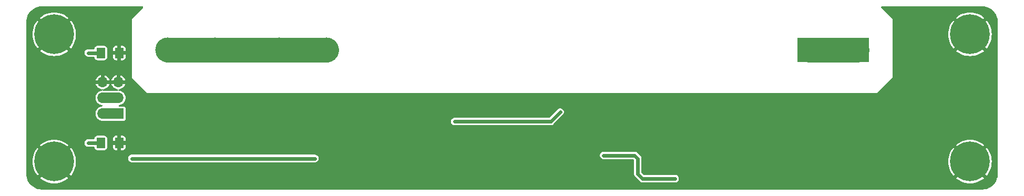
<source format=gbr>
G04 #@! TF.GenerationSoftware,KiCad,Pcbnew,8.0.4-8.0.4-0~ubuntu22.04.1*
G04 #@! TF.CreationDate,2024-09-06T14:34:06+02:00*
G04 #@! TF.ProjectId,Tube Driver,54756265-2044-4726-9976-65722e6b6963,1.0*
G04 #@! TF.SameCoordinates,Original*
G04 #@! TF.FileFunction,Copper,L2,Bot*
G04 #@! TF.FilePolarity,Positive*
%FSLAX46Y46*%
G04 Gerber Fmt 4.6, Leading zero omitted, Abs format (unit mm)*
G04 Created by KiCad (PCBNEW 8.0.4-8.0.4-0~ubuntu22.04.1) date 2024-09-06 14:34:06*
%MOMM*%
%LPD*%
G01*
G04 APERTURE LIST*
G04 Aperture macros list*
%AMRoundRect*
0 Rectangle with rounded corners*
0 $1 Rounding radius*
0 $2 $3 $4 $5 $6 $7 $8 $9 X,Y pos of 4 corners*
0 Add a 4 corners polygon primitive as box body*
4,1,4,$2,$3,$4,$5,$6,$7,$8,$9,$2,$3,0*
0 Add four circle primitives for the rounded corners*
1,1,$1+$1,$2,$3*
1,1,$1+$1,$4,$5*
1,1,$1+$1,$6,$7*
1,1,$1+$1,$8,$9*
0 Add four rect primitives between the rounded corners*
20,1,$1+$1,$2,$3,$4,$5,0*
20,1,$1+$1,$4,$5,$6,$7,0*
20,1,$1+$1,$6,$7,$8,$9,0*
20,1,$1+$1,$8,$9,$2,$3,0*%
G04 Aperture macros list end*
G04 #@! TA.AperFunction,ComponentPad*
%ADD10R,1.700000X1.700000*%
G04 #@! TD*
G04 #@! TA.AperFunction,ComponentPad*
%ADD11O,1.700000X1.700000*%
G04 #@! TD*
G04 #@! TA.AperFunction,ComponentPad*
%ADD12C,0.800000*%
G04 #@! TD*
G04 #@! TA.AperFunction,ComponentPad*
%ADD13C,6.400000*%
G04 #@! TD*
G04 #@! TA.AperFunction,ComponentPad*
%ADD14R,4.000000X4.000000*%
G04 #@! TD*
G04 #@! TA.AperFunction,ComponentPad*
%ADD15C,4.000000*%
G04 #@! TD*
G04 #@! TA.AperFunction,SMDPad,CuDef*
%ADD16RoundRect,0.250001X0.462499X0.624999X-0.462499X0.624999X-0.462499X-0.624999X0.462499X-0.624999X0*%
G04 #@! TD*
G04 #@! TA.AperFunction,ViaPad*
%ADD17C,0.500000*%
G04 #@! TD*
G04 #@! TA.AperFunction,Conductor*
%ADD18C,0.600000*%
G04 #@! TD*
G04 #@! TA.AperFunction,Conductor*
%ADD19C,1.700000*%
G04 #@! TD*
G04 #@! TA.AperFunction,Conductor*
%ADD20C,4.000000*%
G04 #@! TD*
G04 APERTURE END LIST*
D10*
X85340000Y-108275000D03*
D11*
X82800000Y-108275000D03*
X85340000Y-105735000D03*
X82800000Y-105735000D03*
X85340000Y-103195000D03*
X82800000Y-103195000D03*
D12*
X72600000Y-116000000D03*
X73302944Y-114302944D03*
X73302944Y-117697056D03*
X75000000Y-113600000D03*
D13*
X75000000Y-116000000D03*
D12*
X75000000Y-118400000D03*
X76697056Y-114302944D03*
X76697056Y-117697056D03*
X77400000Y-116000000D03*
X220100000Y-95500000D03*
X220802944Y-93802944D03*
X220802944Y-97197056D03*
X222500000Y-93100000D03*
D13*
X222500000Y-95500000D03*
D12*
X222500000Y-97900000D03*
X224197056Y-93802944D03*
X224197056Y-97197056D03*
X224900000Y-95500000D03*
X220100000Y-116000000D03*
X220802944Y-114302944D03*
X220802944Y-117697056D03*
X222500000Y-113600000D03*
D13*
X222500000Y-116000000D03*
D12*
X222500000Y-118400000D03*
X224197056Y-114302944D03*
X224197056Y-117697056D03*
X224900000Y-116000000D03*
X72600000Y-95500000D03*
X73302944Y-93802944D03*
X73302944Y-97197056D03*
X75000000Y-93100000D03*
D13*
X75000000Y-95500000D03*
D12*
X75000000Y-97900000D03*
X76697056Y-93802944D03*
X76697056Y-97197056D03*
X77400000Y-95500000D03*
D14*
X204250000Y-98000000D03*
X196630000Y-98000000D03*
D15*
X118870000Y-98000000D03*
X111250000Y-98000000D03*
X100870000Y-98000000D03*
X93250000Y-98000000D03*
D16*
X85475000Y-98500000D03*
X82500000Y-98500000D03*
X85475000Y-113000000D03*
X82500000Y-113000000D03*
D17*
X110000000Y-117000000D03*
X142000000Y-106500000D03*
X128000000Y-110500000D03*
X82500000Y-118500000D03*
X153000000Y-108000000D03*
X164500000Y-106500000D03*
X156000000Y-110500000D03*
X95000000Y-110000000D03*
X110000000Y-108000000D03*
X95000000Y-107000000D03*
X85500000Y-93000000D03*
X128000000Y-116000000D03*
X196500000Y-119000000D03*
X114000000Y-109800000D03*
X97000000Y-117000000D03*
X123000000Y-110500000D03*
X163000000Y-113500000D03*
X84000000Y-93000000D03*
X120500000Y-110500000D03*
X213500000Y-119000000D03*
X137000000Y-106500000D03*
X106000000Y-117000000D03*
X146500000Y-114500000D03*
X130500000Y-110500000D03*
X84000000Y-118500000D03*
X75500000Y-105500000D03*
X73000000Y-108500000D03*
X162975000Y-108025000D03*
X73000000Y-105500000D03*
X153062500Y-110500000D03*
X82500000Y-93000000D03*
X133000000Y-116000000D03*
X130500000Y-116000000D03*
X125500000Y-110500000D03*
X153062500Y-113000000D03*
X139500000Y-106500000D03*
X133000000Y-110500000D03*
X92000000Y-107000000D03*
X75500000Y-102500000D03*
X112500000Y-117000000D03*
X85500000Y-118500000D03*
X75500000Y-108500000D03*
X125500000Y-116000000D03*
X73000000Y-102500000D03*
X172000000Y-118762897D03*
X175000000Y-118762897D03*
X168000000Y-115000000D03*
X165000000Y-115000000D03*
X163500000Y-115000000D03*
X170500000Y-118762897D03*
X166500000Y-115000000D03*
X173500000Y-118762897D03*
X80500000Y-113000000D03*
X80500000Y-98500000D03*
X156500000Y-108025000D03*
X139500000Y-109550000D03*
X87500000Y-115500000D03*
X117000000Y-115500000D03*
X106100000Y-115500000D03*
D18*
X163500000Y-115000000D02*
X168000000Y-115000000D01*
X169000000Y-115500000D02*
X168500000Y-115000000D01*
X169000000Y-118000000D02*
X169000000Y-115500000D01*
X169762897Y-118762897D02*
X169000000Y-118000000D01*
X168500000Y-115000000D02*
X168000000Y-115000000D01*
X170500000Y-118762897D02*
X169762897Y-118762897D01*
X172000000Y-118762897D02*
X170500000Y-118762897D01*
X173500000Y-118762897D02*
X172000000Y-118762897D01*
D19*
X82800000Y-108275000D02*
X85340000Y-108275000D01*
D18*
X175000000Y-118762897D02*
X173500000Y-118762897D01*
D20*
X93250000Y-98000000D02*
X100870000Y-98000000D01*
X111250000Y-98000000D02*
X100870000Y-98000000D01*
X118870000Y-98000000D02*
X111250000Y-98000000D01*
D19*
X82800000Y-105735000D02*
X85340000Y-105735000D01*
D18*
X80500000Y-113000000D02*
X82500000Y-113000000D01*
X80500000Y-98500000D02*
X82500000Y-98500000D01*
D20*
X196630000Y-98000000D02*
X204250000Y-98000000D01*
D18*
X154975000Y-109550000D02*
X156500000Y-108025000D01*
X139500000Y-109550000D02*
X154975000Y-109550000D01*
X106100000Y-115500000D02*
X87500000Y-115500000D01*
X117000000Y-115500000D02*
X106100000Y-115500000D01*
G04 #@! TA.AperFunction,Conductor*
G36*
X89267177Y-91020185D02*
G01*
X89312932Y-91072989D01*
X89322876Y-91142147D01*
X89293851Y-91205703D01*
X89287819Y-91212181D01*
X87500000Y-92999999D01*
X87500000Y-93000000D01*
X87500000Y-102500000D01*
X90000000Y-105000000D01*
X207500000Y-105000000D01*
X210000000Y-102500000D01*
X210000000Y-95499999D01*
X218995197Y-95499999D01*
X218995197Y-95500000D01*
X219014397Y-95866353D01*
X219071784Y-96228684D01*
X219071784Y-96228686D01*
X219166736Y-96583051D01*
X219298204Y-96925535D01*
X219464754Y-97252406D01*
X219664549Y-97560064D01*
X219821658Y-97754076D01*
X221175992Y-96399742D01*
X221279588Y-96542330D01*
X221457670Y-96720412D01*
X221600256Y-96824007D01*
X220245922Y-98178341D01*
X220439924Y-98335442D01*
X220439937Y-98335451D01*
X220747593Y-98535245D01*
X221074464Y-98701795D01*
X221416948Y-98833263D01*
X221771314Y-98928215D01*
X222133646Y-98985602D01*
X222499999Y-99004803D01*
X222500001Y-99004803D01*
X222866353Y-98985602D01*
X223228684Y-98928215D01*
X223228686Y-98928215D01*
X223583051Y-98833263D01*
X223925535Y-98701795D01*
X224252406Y-98535245D01*
X224560065Y-98335450D01*
X224754077Y-98178341D01*
X223399743Y-96824007D01*
X223542330Y-96720412D01*
X223720412Y-96542330D01*
X223824007Y-96399743D01*
X225178341Y-97754077D01*
X225335450Y-97560065D01*
X225535245Y-97252406D01*
X225701795Y-96925535D01*
X225833263Y-96583051D01*
X225928215Y-96228686D01*
X225928215Y-96228684D01*
X225985602Y-95866353D01*
X226004803Y-95500000D01*
X226004803Y-95499999D01*
X225985602Y-95133646D01*
X225928215Y-94771315D01*
X225928215Y-94771313D01*
X225833263Y-94416948D01*
X225701795Y-94074464D01*
X225535245Y-93747594D01*
X225335450Y-93439935D01*
X225178340Y-93245922D01*
X223824006Y-94600255D01*
X223720412Y-94457670D01*
X223542330Y-94279588D01*
X223399743Y-94175992D01*
X224754077Y-92821658D01*
X224560064Y-92664549D01*
X224252406Y-92464754D01*
X223925535Y-92298204D01*
X223583051Y-92166736D01*
X223228685Y-92071784D01*
X222866353Y-92014397D01*
X222500001Y-91995197D01*
X222499999Y-91995197D01*
X222133646Y-92014397D01*
X221771315Y-92071784D01*
X221771313Y-92071784D01*
X221416948Y-92166736D01*
X221074464Y-92298204D01*
X220747594Y-92464754D01*
X220439929Y-92664553D01*
X220245922Y-92821658D01*
X221600256Y-94175992D01*
X221457670Y-94279588D01*
X221279588Y-94457670D01*
X221175992Y-94600256D01*
X219821658Y-93245922D01*
X219664553Y-93439929D01*
X219464754Y-93747594D01*
X219298204Y-94074464D01*
X219166736Y-94416948D01*
X219071784Y-94771313D01*
X219071784Y-94771315D01*
X219014397Y-95133646D01*
X218995197Y-95499999D01*
X210000000Y-95499999D01*
X210000000Y-93000000D01*
X208212181Y-91212181D01*
X208178696Y-91150858D01*
X208183680Y-91081166D01*
X208225552Y-91025233D01*
X208291016Y-91000816D01*
X208299862Y-91000500D01*
X224434108Y-91000500D01*
X224496249Y-91000500D01*
X224503736Y-91000726D01*
X224793796Y-91018271D01*
X224808657Y-91020075D01*
X225090798Y-91071780D01*
X225105335Y-91075363D01*
X225379172Y-91160695D01*
X225393163Y-91166000D01*
X225654743Y-91283727D01*
X225667989Y-91290680D01*
X225913465Y-91439075D01*
X225925776Y-91447573D01*
X226151573Y-91624473D01*
X226162781Y-91634403D01*
X226365596Y-91837218D01*
X226375526Y-91848426D01*
X226495481Y-92001538D01*
X226552422Y-92074217D01*
X226560928Y-92086540D01*
X226709316Y-92332004D01*
X226716275Y-92345263D01*
X226833997Y-92606831D01*
X226839306Y-92620832D01*
X226924635Y-92894663D01*
X226928219Y-92909201D01*
X226979923Y-93191340D01*
X226981728Y-93206205D01*
X226999274Y-93496263D01*
X226999500Y-93503750D01*
X226999500Y-117996249D01*
X226999274Y-118003736D01*
X226981728Y-118293794D01*
X226979923Y-118308659D01*
X226928219Y-118590798D01*
X226924635Y-118605336D01*
X226839306Y-118879167D01*
X226833997Y-118893168D01*
X226716275Y-119154736D01*
X226709316Y-119167995D01*
X226560928Y-119413459D01*
X226552422Y-119425782D01*
X226375526Y-119651573D01*
X226365596Y-119662781D01*
X226162781Y-119865596D01*
X226151573Y-119875526D01*
X225925782Y-120052422D01*
X225913459Y-120060928D01*
X225667995Y-120209316D01*
X225654736Y-120216275D01*
X225393168Y-120333997D01*
X225379167Y-120339306D01*
X225105336Y-120424635D01*
X225090798Y-120428219D01*
X224808659Y-120479923D01*
X224793794Y-120481728D01*
X224503736Y-120499274D01*
X224496249Y-120499500D01*
X73003751Y-120499500D01*
X72996264Y-120499274D01*
X72706205Y-120481728D01*
X72691340Y-120479923D01*
X72409201Y-120428219D01*
X72394663Y-120424635D01*
X72120832Y-120339306D01*
X72106831Y-120333997D01*
X71845263Y-120216275D01*
X71832004Y-120209316D01*
X71586540Y-120060928D01*
X71574217Y-120052422D01*
X71348426Y-119875526D01*
X71337218Y-119865596D01*
X71134403Y-119662781D01*
X71124473Y-119651573D01*
X71009486Y-119504803D01*
X70947573Y-119425776D01*
X70939075Y-119413465D01*
X70790680Y-119167989D01*
X70783727Y-119154743D01*
X70666000Y-118893163D01*
X70660693Y-118879167D01*
X70649096Y-118841952D01*
X70575363Y-118605335D01*
X70571780Y-118590798D01*
X70552866Y-118487590D01*
X70520075Y-118308657D01*
X70518271Y-118293794D01*
X70517580Y-118282378D01*
X70500726Y-118003736D01*
X70500500Y-117996249D01*
X70500500Y-115999999D01*
X71495197Y-115999999D01*
X71495197Y-116000000D01*
X71514397Y-116366353D01*
X71571784Y-116728684D01*
X71571784Y-116728686D01*
X71666736Y-117083051D01*
X71798204Y-117425535D01*
X71964754Y-117752406D01*
X72164549Y-118060064D01*
X72321658Y-118254076D01*
X73675992Y-116899742D01*
X73779588Y-117042330D01*
X73957670Y-117220412D01*
X74100256Y-117324007D01*
X72745922Y-118678341D01*
X72939924Y-118835442D01*
X72939937Y-118835451D01*
X73247593Y-119035245D01*
X73574464Y-119201795D01*
X73916948Y-119333263D01*
X74271314Y-119428215D01*
X74633646Y-119485602D01*
X74999999Y-119504803D01*
X75000001Y-119504803D01*
X75366353Y-119485602D01*
X75728684Y-119428215D01*
X75728686Y-119428215D01*
X76083051Y-119333263D01*
X76425535Y-119201795D01*
X76752406Y-119035245D01*
X77060065Y-118835450D01*
X77254077Y-118678341D01*
X75899743Y-117324007D01*
X76042330Y-117220412D01*
X76220412Y-117042330D01*
X76324007Y-116899743D01*
X77678341Y-118254077D01*
X77835450Y-118060065D01*
X78035245Y-117752406D01*
X78201795Y-117425535D01*
X78333263Y-117083051D01*
X78428215Y-116728686D01*
X78428215Y-116728684D01*
X78485602Y-116366353D01*
X78504803Y-116000000D01*
X78504803Y-115999999D01*
X78485602Y-115633646D01*
X78451914Y-115420943D01*
X86899500Y-115420943D01*
X86899500Y-115579057D01*
X86935234Y-115712416D01*
X86940423Y-115731783D01*
X86940426Y-115731790D01*
X87019475Y-115868709D01*
X87019479Y-115868714D01*
X87019480Y-115868716D01*
X87131284Y-115980520D01*
X87131286Y-115980521D01*
X87131290Y-115980524D01*
X87268209Y-116059573D01*
X87268216Y-116059577D01*
X87420943Y-116100500D01*
X87420945Y-116100500D01*
X117079055Y-116100500D01*
X117079057Y-116100500D01*
X117231784Y-116059577D01*
X117368716Y-115980520D01*
X117480520Y-115868716D01*
X117559577Y-115731784D01*
X117600500Y-115579057D01*
X117600500Y-115420943D01*
X117559577Y-115268216D01*
X117538543Y-115231783D01*
X117480524Y-115131290D01*
X117480518Y-115131282D01*
X117368717Y-115019481D01*
X117368709Y-115019475D01*
X117231790Y-114940426D01*
X117231786Y-114940424D01*
X117231784Y-114940423D01*
X117159084Y-114920943D01*
X162899500Y-114920943D01*
X162899500Y-115079057D01*
X162921569Y-115161417D01*
X162940423Y-115231783D01*
X162940426Y-115231790D01*
X163019475Y-115368709D01*
X163019479Y-115368714D01*
X163019480Y-115368716D01*
X163131284Y-115480520D01*
X163131286Y-115480521D01*
X163131290Y-115480524D01*
X163268209Y-115559573D01*
X163268216Y-115559577D01*
X163420943Y-115600500D01*
X167920943Y-115600500D01*
X168199903Y-115600500D01*
X168266942Y-115620185D01*
X168287584Y-115636819D01*
X168363181Y-115712416D01*
X168396666Y-115773739D01*
X168399500Y-115800097D01*
X168399500Y-117913330D01*
X168399499Y-117913348D01*
X168399499Y-118079054D01*
X168399498Y-118079054D01*
X168440423Y-118231785D01*
X168469358Y-118281900D01*
X168469359Y-118281904D01*
X168469360Y-118281904D01*
X168519479Y-118368714D01*
X168519481Y-118368717D01*
X168638349Y-118487585D01*
X168638355Y-118487590D01*
X169278036Y-119127271D01*
X169278046Y-119127282D01*
X169282376Y-119131612D01*
X169282377Y-119131613D01*
X169394181Y-119243417D01*
X169480992Y-119293536D01*
X169480994Y-119293538D01*
X169531105Y-119322470D01*
X169531112Y-119322474D01*
X169683839Y-119363397D01*
X169683840Y-119363397D01*
X169683841Y-119363397D01*
X175079055Y-119363397D01*
X175079057Y-119363397D01*
X175231784Y-119322474D01*
X175368716Y-119243417D01*
X175480520Y-119131613D01*
X175559577Y-118994681D01*
X175600500Y-118841954D01*
X175600500Y-118683840D01*
X175559577Y-118531113D01*
X175534449Y-118487590D01*
X175480524Y-118394187D01*
X175480518Y-118394179D01*
X175368717Y-118282378D01*
X175368709Y-118282372D01*
X175231790Y-118203323D01*
X175231786Y-118203321D01*
X175231784Y-118203320D01*
X175079057Y-118162397D01*
X175079056Y-118162397D01*
X170062994Y-118162397D01*
X169995955Y-118142712D01*
X169975313Y-118126078D01*
X169636819Y-117787584D01*
X169603334Y-117726261D01*
X169600500Y-117699903D01*
X169600500Y-115999999D01*
X218995197Y-115999999D01*
X218995197Y-116000000D01*
X219014397Y-116366353D01*
X219071784Y-116728684D01*
X219071784Y-116728686D01*
X219166736Y-117083051D01*
X219298204Y-117425535D01*
X219464754Y-117752406D01*
X219664549Y-118060064D01*
X219821658Y-118254076D01*
X221175992Y-116899742D01*
X221279588Y-117042330D01*
X221457670Y-117220412D01*
X221600256Y-117324007D01*
X220245922Y-118678341D01*
X220439924Y-118835442D01*
X220439937Y-118835451D01*
X220747593Y-119035245D01*
X221074464Y-119201795D01*
X221416948Y-119333263D01*
X221771314Y-119428215D01*
X222133646Y-119485602D01*
X222499999Y-119504803D01*
X222500001Y-119504803D01*
X222866353Y-119485602D01*
X223228684Y-119428215D01*
X223228686Y-119428215D01*
X223583051Y-119333263D01*
X223925535Y-119201795D01*
X224252406Y-119035245D01*
X224560065Y-118835450D01*
X224754077Y-118678341D01*
X223399743Y-117324007D01*
X223542330Y-117220412D01*
X223720412Y-117042330D01*
X223824007Y-116899743D01*
X225178341Y-118254077D01*
X225335450Y-118060065D01*
X225535245Y-117752406D01*
X225701795Y-117425535D01*
X225833263Y-117083051D01*
X225928215Y-116728686D01*
X225928215Y-116728684D01*
X225985602Y-116366353D01*
X226004803Y-116000000D01*
X226004803Y-115999999D01*
X225985602Y-115633646D01*
X225928215Y-115271315D01*
X225928215Y-115271313D01*
X225833263Y-114916948D01*
X225701795Y-114574464D01*
X225535245Y-114247594D01*
X225335450Y-113939935D01*
X225178340Y-113745922D01*
X223824006Y-115100255D01*
X223720412Y-114957670D01*
X223542330Y-114779588D01*
X223399743Y-114675992D01*
X224754077Y-113321658D01*
X224560064Y-113164549D01*
X224252406Y-112964754D01*
X223925535Y-112798204D01*
X223583051Y-112666736D01*
X223228685Y-112571784D01*
X222866353Y-112514397D01*
X222500001Y-112495197D01*
X222499999Y-112495197D01*
X222133646Y-112514397D01*
X221771315Y-112571784D01*
X221771313Y-112571784D01*
X221416948Y-112666736D01*
X221074464Y-112798204D01*
X220747594Y-112964754D01*
X220439929Y-113164553D01*
X220245922Y-113321658D01*
X221600256Y-114675992D01*
X221457670Y-114779588D01*
X221279588Y-114957670D01*
X221175992Y-115100256D01*
X219821658Y-113745922D01*
X219664553Y-113939929D01*
X219464754Y-114247594D01*
X219298204Y-114574464D01*
X219166736Y-114916948D01*
X219071784Y-115271313D01*
X219071784Y-115271315D01*
X219014397Y-115633646D01*
X218995197Y-115999999D01*
X169600500Y-115999999D01*
X169600500Y-115589060D01*
X169600501Y-115589047D01*
X169600501Y-115420944D01*
X169600501Y-115420943D01*
X169559577Y-115268216D01*
X169538543Y-115231783D01*
X169480524Y-115131290D01*
X169480518Y-115131282D01*
X168868717Y-114519481D01*
X168868716Y-114519480D01*
X168781904Y-114469360D01*
X168781904Y-114469359D01*
X168781900Y-114469358D01*
X168731785Y-114440423D01*
X168579057Y-114399499D01*
X168420943Y-114399499D01*
X168413347Y-114399499D01*
X168413331Y-114399500D01*
X163420943Y-114399500D01*
X163268216Y-114440423D01*
X163268209Y-114440426D01*
X163131290Y-114519475D01*
X163131282Y-114519481D01*
X163019481Y-114631282D01*
X163019475Y-114631290D01*
X162940426Y-114768209D01*
X162940423Y-114768216D01*
X162899500Y-114920943D01*
X117159084Y-114920943D01*
X117079057Y-114899500D01*
X106179057Y-114899500D01*
X87420943Y-114899500D01*
X87268216Y-114940423D01*
X87268209Y-114940426D01*
X87131290Y-115019475D01*
X87131282Y-115019481D01*
X87019481Y-115131282D01*
X87019475Y-115131290D01*
X86940426Y-115268209D01*
X86940424Y-115268214D01*
X86940423Y-115268216D01*
X86899500Y-115420943D01*
X78451914Y-115420943D01*
X78428215Y-115271315D01*
X78428215Y-115271313D01*
X78333263Y-114916948D01*
X78201795Y-114574464D01*
X78035245Y-114247594D01*
X77835450Y-113939935D01*
X77678340Y-113745922D01*
X76324006Y-115100255D01*
X76220412Y-114957670D01*
X76042330Y-114779588D01*
X75899743Y-114675992D01*
X77254077Y-113321658D01*
X77060064Y-113164549D01*
X76752406Y-112964754D01*
X76666423Y-112920943D01*
X79899500Y-112920943D01*
X79899500Y-113079057D01*
X79922408Y-113164549D01*
X79940423Y-113231783D01*
X79940426Y-113231790D01*
X80019475Y-113368709D01*
X80019479Y-113368714D01*
X80019480Y-113368716D01*
X80131284Y-113480520D01*
X80131286Y-113480521D01*
X80131290Y-113480524D01*
X80268209Y-113559573D01*
X80268216Y-113559577D01*
X80420943Y-113600500D01*
X81368883Y-113600500D01*
X81435922Y-113620185D01*
X81481677Y-113672989D01*
X81491999Y-113709717D01*
X81497623Y-113756562D01*
X81553139Y-113897342D01*
X81553140Y-113897344D01*
X81644577Y-114017922D01*
X81765155Y-114109359D01*
X81765158Y-114109361D01*
X81905936Y-114164876D01*
X81994401Y-114175500D01*
X83005598Y-114175499D01*
X83094064Y-114164876D01*
X83234842Y-114109361D01*
X83355422Y-114017922D01*
X83446861Y-113897342D01*
X83502376Y-113756564D01*
X83513000Y-113668099D01*
X83513000Y-113668052D01*
X84462501Y-113668052D01*
X84473113Y-113756443D01*
X84473115Y-113756447D01*
X84528578Y-113897091D01*
X84528579Y-113897093D01*
X84619935Y-114017564D01*
X84740406Y-114108920D01*
X84740408Y-114108921D01*
X84881054Y-114164385D01*
X84969447Y-114174999D01*
X85174999Y-114174999D01*
X85775000Y-114174999D01*
X85980553Y-114174999D01*
X86068943Y-114164386D01*
X86068947Y-114164384D01*
X86209591Y-114108921D01*
X86209593Y-114108920D01*
X86330064Y-114017564D01*
X86421420Y-113897093D01*
X86421421Y-113897091D01*
X86476885Y-113756445D01*
X86487500Y-113668052D01*
X86487500Y-113300000D01*
X85775000Y-113300000D01*
X85775000Y-114174999D01*
X85174999Y-114174999D01*
X85175000Y-114174998D01*
X85175000Y-113300000D01*
X84462501Y-113300000D01*
X84462501Y-113668052D01*
X83513000Y-113668052D01*
X83512999Y-112331947D01*
X84462500Y-112331947D01*
X84462500Y-112700000D01*
X85175000Y-112700000D01*
X85775000Y-112700000D01*
X86487499Y-112700000D01*
X86487499Y-112331947D01*
X86476886Y-112243556D01*
X86476884Y-112243552D01*
X86421421Y-112102908D01*
X86421420Y-112102906D01*
X86330064Y-111982435D01*
X86209593Y-111891079D01*
X86209591Y-111891078D01*
X86068945Y-111835614D01*
X85980553Y-111825000D01*
X85775000Y-111825000D01*
X85775000Y-112700000D01*
X85175000Y-112700000D01*
X85175000Y-111825000D01*
X84969447Y-111825000D01*
X84881056Y-111835613D01*
X84881052Y-111835615D01*
X84740408Y-111891078D01*
X84740406Y-111891079D01*
X84619935Y-111982435D01*
X84528579Y-112102906D01*
X84528578Y-112102908D01*
X84473114Y-112243554D01*
X84462500Y-112331947D01*
X83512999Y-112331947D01*
X83512999Y-112331902D01*
X83502376Y-112243436D01*
X83446861Y-112102658D01*
X83355693Y-111982435D01*
X83355422Y-111982077D01*
X83234844Y-111890640D01*
X83234842Y-111890639D01*
X83094064Y-111835124D01*
X83094061Y-111835123D01*
X83005599Y-111824500D01*
X81994408Y-111824500D01*
X81905937Y-111835123D01*
X81765157Y-111890639D01*
X81765155Y-111890640D01*
X81644577Y-111982077D01*
X81553140Y-112102655D01*
X81497624Y-112243437D01*
X81497623Y-112243438D01*
X81491998Y-112290285D01*
X81464461Y-112354499D01*
X81406578Y-112393632D01*
X81368883Y-112399500D01*
X80420943Y-112399500D01*
X80268216Y-112440423D01*
X80268209Y-112440426D01*
X80131290Y-112519475D01*
X80131282Y-112519481D01*
X80019481Y-112631282D01*
X80019475Y-112631290D01*
X79940426Y-112768209D01*
X79940423Y-112768216D01*
X79899500Y-112920943D01*
X76666423Y-112920943D01*
X76425535Y-112798204D01*
X76083051Y-112666736D01*
X75728685Y-112571784D01*
X75366353Y-112514397D01*
X75000001Y-112495197D01*
X74999999Y-112495197D01*
X74633646Y-112514397D01*
X74271315Y-112571784D01*
X74271313Y-112571784D01*
X73916948Y-112666736D01*
X73574464Y-112798204D01*
X73247594Y-112964754D01*
X72939929Y-113164553D01*
X72745922Y-113321658D01*
X74100256Y-114675992D01*
X73957670Y-114779588D01*
X73779588Y-114957670D01*
X73675992Y-115100256D01*
X72321658Y-113745922D01*
X72164553Y-113939929D01*
X71964754Y-114247594D01*
X71798204Y-114574464D01*
X71666736Y-114916948D01*
X71571784Y-115271313D01*
X71571784Y-115271315D01*
X71514397Y-115633646D01*
X71495197Y-115999999D01*
X70500500Y-115999999D01*
X70500500Y-109470943D01*
X138899500Y-109470943D01*
X138899500Y-109629056D01*
X138940423Y-109781783D01*
X138940426Y-109781790D01*
X139019475Y-109918709D01*
X139019478Y-109918713D01*
X139019480Y-109918716D01*
X139131284Y-110030520D01*
X139131286Y-110030521D01*
X139131290Y-110030524D01*
X139268209Y-110109573D01*
X139268216Y-110109577D01*
X139420943Y-110150500D01*
X154888331Y-110150500D01*
X154888347Y-110150501D01*
X154895943Y-110150501D01*
X155054054Y-110150501D01*
X155054057Y-110150501D01*
X155206785Y-110109577D01*
X155256904Y-110080639D01*
X155343716Y-110030520D01*
X155455520Y-109918716D01*
X155455520Y-109918714D01*
X155465728Y-109908507D01*
X155465729Y-109908504D01*
X156980520Y-108393716D01*
X157059577Y-108256784D01*
X157100501Y-108104057D01*
X157100501Y-107945942D01*
X157059577Y-107793215D01*
X156980520Y-107656284D01*
X156868716Y-107544480D01*
X156731785Y-107465423D01*
X156579058Y-107424499D01*
X156420943Y-107424499D01*
X156360601Y-107440668D01*
X156268214Y-107465423D01*
X156268209Y-107465426D01*
X156131290Y-107544475D01*
X156131282Y-107544481D01*
X154762584Y-108913181D01*
X154701261Y-108946666D01*
X154674903Y-108949500D01*
X139420943Y-108949500D01*
X139268216Y-108990423D01*
X139268209Y-108990426D01*
X139131290Y-109069475D01*
X139131282Y-109069481D01*
X139019481Y-109181282D01*
X139019475Y-109181290D01*
X138940426Y-109318209D01*
X138940423Y-109318216D01*
X138899500Y-109470943D01*
X70500500Y-109470943D01*
X70500500Y-105734999D01*
X81644571Y-105734999D01*
X81644571Y-105735000D01*
X81648971Y-105782484D01*
X81649500Y-105793925D01*
X81649500Y-105825546D01*
X81657158Y-105873897D01*
X81657213Y-105874244D01*
X81658210Y-105882198D01*
X81664244Y-105947309D01*
X81672448Y-105976148D01*
X81675652Y-105990672D01*
X81677827Y-106004401D01*
X81677831Y-106004418D01*
X81698530Y-106068124D01*
X81699865Y-106072505D01*
X81722595Y-106152389D01*
X81722597Y-106152394D01*
X81722600Y-106152401D01*
X81728046Y-106163340D01*
X81731684Y-106172228D01*
X81731921Y-106172131D01*
X81733787Y-106176635D01*
X81772238Y-106252100D01*
X81772753Y-106253123D01*
X81817628Y-106343245D01*
X81817635Y-106343257D01*
X81874775Y-106418921D01*
X81876140Y-106420764D01*
X81922443Y-106484497D01*
X81923923Y-106485977D01*
X81935195Y-106498930D01*
X81946126Y-106513405D01*
X82003146Y-106565386D01*
X82007289Y-106569343D01*
X82050495Y-106612550D01*
X82050498Y-106612553D01*
X82066537Y-106624206D01*
X82077187Y-106632885D01*
X82103695Y-106657050D01*
X82154261Y-106688359D01*
X82161867Y-106693466D01*
X82197006Y-106718996D01*
X82230434Y-106736028D01*
X82239416Y-106741086D01*
X82274767Y-106762974D01*
X82284981Y-106769298D01*
X82323940Y-106784390D01*
X82335436Y-106789530D01*
X82358355Y-106801208D01*
X82358361Y-106801211D01*
X82410871Y-106818272D01*
X82417337Y-106820573D01*
X82483799Y-106846320D01*
X82483802Y-106846321D01*
X82507457Y-106850742D01*
X82522984Y-106854699D01*
X82530591Y-106857171D01*
X82530601Y-106857172D01*
X82530603Y-106857173D01*
X82602601Y-106868576D01*
X82605910Y-106869146D01*
X82680617Y-106883112D01*
X82742894Y-106914779D01*
X82778166Y-106975091D01*
X82775232Y-107044899D01*
X82735023Y-107102039D01*
X82680612Y-107126888D01*
X82605937Y-107140847D01*
X82602551Y-107141431D01*
X82530590Y-107152829D01*
X82530587Y-107152829D01*
X82522975Y-107155303D01*
X82507449Y-107159258D01*
X82483806Y-107163677D01*
X82483795Y-107163680D01*
X82417358Y-107189418D01*
X82410887Y-107191721D01*
X82358365Y-107208787D01*
X82358356Y-107208791D01*
X82335436Y-107220469D01*
X82323942Y-107225607D01*
X82284984Y-107240700D01*
X82284982Y-107240701D01*
X82239415Y-107268914D01*
X82230439Y-107273968D01*
X82197007Y-107291003D01*
X82197004Y-107291005D01*
X82161874Y-107316528D01*
X82154270Y-107321634D01*
X82103697Y-107352948D01*
X82077186Y-107377115D01*
X82066542Y-107385789D01*
X82050506Y-107397441D01*
X82050495Y-107397450D01*
X82007276Y-107440668D01*
X82003137Y-107444621D01*
X81946126Y-107496594D01*
X81935188Y-107511077D01*
X81923939Y-107524005D01*
X81922450Y-107525494D01*
X81922449Y-107525494D01*
X81876119Y-107589262D01*
X81874757Y-107591101D01*
X81817634Y-107666743D01*
X81817630Y-107666750D01*
X81772753Y-107756876D01*
X81772238Y-107757898D01*
X81733790Y-107833358D01*
X81731925Y-107837860D01*
X81731688Y-107837762D01*
X81728050Y-107846652D01*
X81722599Y-107857600D01*
X81722595Y-107857610D01*
X81699868Y-107937484D01*
X81698534Y-107941863D01*
X81677829Y-108005589D01*
X81675653Y-108019327D01*
X81672448Y-108033853D01*
X81664244Y-108062691D01*
X81658210Y-108127800D01*
X81657212Y-108135754D01*
X81649500Y-108184447D01*
X81649500Y-108216073D01*
X81648971Y-108227514D01*
X81644571Y-108274999D01*
X81644571Y-108275000D01*
X81648971Y-108322484D01*
X81649500Y-108333925D01*
X81649500Y-108365546D01*
X81653961Y-108393709D01*
X81657213Y-108414244D01*
X81658210Y-108422198D01*
X81664244Y-108487309D01*
X81672448Y-108516148D01*
X81675652Y-108530672D01*
X81677827Y-108544401D01*
X81677831Y-108544418D01*
X81698530Y-108608124D01*
X81699865Y-108612505D01*
X81722595Y-108692389D01*
X81722597Y-108692394D01*
X81722600Y-108692401D01*
X81728046Y-108703340D01*
X81731684Y-108712228D01*
X81731921Y-108712131D01*
X81733787Y-108716635D01*
X81772238Y-108792100D01*
X81772753Y-108793123D01*
X81817628Y-108883245D01*
X81817635Y-108883257D01*
X81874775Y-108958921D01*
X81876140Y-108960764D01*
X81922443Y-109024497D01*
X81923923Y-109025977D01*
X81935195Y-109038930D01*
X81946126Y-109053405D01*
X82003146Y-109105386D01*
X82007289Y-109109343D01*
X82050495Y-109152550D01*
X82050498Y-109152553D01*
X82066537Y-109164206D01*
X82077187Y-109172885D01*
X82103695Y-109197050D01*
X82154261Y-109228359D01*
X82161867Y-109233466D01*
X82197006Y-109258996D01*
X82230434Y-109276028D01*
X82239416Y-109281086D01*
X82274767Y-109302974D01*
X82284981Y-109309298D01*
X82323942Y-109324391D01*
X82335436Y-109329530D01*
X82358355Y-109341208D01*
X82358361Y-109341211D01*
X82410871Y-109358272D01*
X82417337Y-109360573D01*
X82460273Y-109377206D01*
X82483802Y-109386321D01*
X82507457Y-109390742D01*
X82522984Y-109394699D01*
X82530591Y-109397171D01*
X82530601Y-109397172D01*
X82530603Y-109397173D01*
X82602601Y-109408576D01*
X82605966Y-109409156D01*
X82693388Y-109425499D01*
X82693389Y-109425500D01*
X82693390Y-109425500D01*
X85440536Y-109425500D01*
X85440548Y-109425499D01*
X86234856Y-109425499D01*
X86234864Y-109425499D01*
X86234879Y-109425497D01*
X86234882Y-109425497D01*
X86259987Y-109422586D01*
X86259988Y-109422585D01*
X86259991Y-109422585D01*
X86362765Y-109377206D01*
X86442206Y-109297765D01*
X86487585Y-109194991D01*
X86490500Y-109169865D01*
X86490500Y-108302625D01*
X86490500Y-108184454D01*
X86490500Y-108176859D01*
X86490499Y-108176841D01*
X86490499Y-107380143D01*
X86490499Y-107380136D01*
X86490149Y-107377115D01*
X86487586Y-107355012D01*
X86487585Y-107355010D01*
X86487585Y-107355009D01*
X86442206Y-107252235D01*
X86362765Y-107172794D01*
X86342124Y-107163680D01*
X86259992Y-107127415D01*
X86234868Y-107124500D01*
X86234865Y-107124500D01*
X85506243Y-107124500D01*
X85439204Y-107104815D01*
X85393449Y-107052011D01*
X85383505Y-106982853D01*
X85412530Y-106919297D01*
X85471308Y-106881523D01*
X85483455Y-106878612D01*
X85534057Y-106869152D01*
X85537372Y-106868579D01*
X85609409Y-106857171D01*
X85617013Y-106854699D01*
X85632544Y-106850742D01*
X85656198Y-106846321D01*
X85722684Y-106820563D01*
X85729106Y-106818279D01*
X85781639Y-106801211D01*
X85804564Y-106789529D01*
X85816060Y-106784390D01*
X85821610Y-106782239D01*
X85855019Y-106769298D01*
X85900589Y-106741080D01*
X85909544Y-106736038D01*
X85942994Y-106718996D01*
X85978133Y-106693464D01*
X85985708Y-106688377D01*
X86036302Y-106657052D01*
X86062811Y-106632885D01*
X86073467Y-106624202D01*
X86089501Y-106612553D01*
X86132729Y-106569323D01*
X86136853Y-106565386D01*
X86193872Y-106513407D01*
X86204802Y-106498933D01*
X86216080Y-106485973D01*
X86217553Y-106484501D01*
X86263947Y-106420642D01*
X86265184Y-106418973D01*
X86322366Y-106343255D01*
X86367302Y-106253009D01*
X86367697Y-106252224D01*
X86406211Y-106176639D01*
X86406213Y-106176630D01*
X86408072Y-106172144D01*
X86408315Y-106172244D01*
X86411958Y-106163326D01*
X86417405Y-106152389D01*
X86440153Y-106072435D01*
X86441452Y-106068172D01*
X86462171Y-106004409D01*
X86464345Y-105990681D01*
X86467553Y-105976137D01*
X86475756Y-105947310D01*
X86481788Y-105882196D01*
X86482782Y-105874264D01*
X86490500Y-105825546D01*
X86490500Y-105793925D01*
X86491029Y-105782484D01*
X86495429Y-105735000D01*
X86495429Y-105734999D01*
X86491029Y-105687514D01*
X86490500Y-105676073D01*
X86490500Y-105644456D01*
X86490499Y-105644447D01*
X86482783Y-105595738D01*
X86481787Y-105587790D01*
X86475756Y-105522693D01*
X86475756Y-105522692D01*
X86475756Y-105522691D01*
X86475756Y-105522690D01*
X86467550Y-105493850D01*
X86464345Y-105479318D01*
X86462172Y-105465595D01*
X86462171Y-105465590D01*
X86441466Y-105401867D01*
X86440131Y-105397484D01*
X86417405Y-105317611D01*
X86411956Y-105306668D01*
X86408313Y-105297758D01*
X86408073Y-105297858D01*
X86406213Y-105293367D01*
X86406211Y-105293361D01*
X86367658Y-105217697D01*
X86367310Y-105217006D01*
X86322366Y-105126745D01*
X86322365Y-105126744D01*
X86322365Y-105126743D01*
X86265256Y-105051121D01*
X86263891Y-105049278D01*
X86217556Y-104985502D01*
X86216075Y-104984021D01*
X86204802Y-104971066D01*
X86193874Y-104956595D01*
X86136852Y-104904612D01*
X86132709Y-104900655D01*
X86089505Y-104857450D01*
X86089498Y-104857445D01*
X86089492Y-104857441D01*
X86073462Y-104845793D01*
X86062823Y-104837125D01*
X86036302Y-104812948D01*
X86036303Y-104812948D01*
X86036298Y-104812944D01*
X86036296Y-104812943D01*
X85985724Y-104781630D01*
X85978125Y-104776528D01*
X85942994Y-104751004D01*
X85909555Y-104733965D01*
X85900577Y-104728910D01*
X85855022Y-104700703D01*
X85855016Y-104700700D01*
X85816057Y-104685608D01*
X85804558Y-104680467D01*
X85781639Y-104668789D01*
X85781636Y-104668788D01*
X85781634Y-104668787D01*
X85729119Y-104651723D01*
X85722646Y-104649420D01*
X85656203Y-104623680D01*
X85656194Y-104623678D01*
X85632546Y-104619257D01*
X85617025Y-104615303D01*
X85609416Y-104612831D01*
X85609413Y-104612830D01*
X85609409Y-104612829D01*
X85594590Y-104610482D01*
X85537447Y-104601431D01*
X85534061Y-104600847D01*
X85458027Y-104586634D01*
X85395746Y-104554966D01*
X85360473Y-104494654D01*
X85363407Y-104424846D01*
X85403615Y-104367705D01*
X85458027Y-104342856D01*
X85656058Y-104305837D01*
X85656063Y-104305836D01*
X85854789Y-104228850D01*
X85854798Y-104228846D01*
X86035997Y-104116653D01*
X86035999Y-104116651D01*
X86193499Y-103973071D01*
X86321938Y-103802991D01*
X86416932Y-103612218D01*
X86416937Y-103612205D01*
X86450286Y-103495000D01*
X85744144Y-103495000D01*
X85805925Y-103387993D01*
X85840000Y-103260826D01*
X85840000Y-103129174D01*
X85805925Y-103002007D01*
X85744144Y-102895000D01*
X86450286Y-102895000D01*
X86450286Y-102894999D01*
X86416937Y-102777794D01*
X86416932Y-102777781D01*
X86321938Y-102587008D01*
X86193499Y-102416928D01*
X86035999Y-102273348D01*
X86035997Y-102273346D01*
X85854798Y-102161153D01*
X85854792Y-102161151D01*
X85656060Y-102084162D01*
X85640000Y-102081159D01*
X85640000Y-102790855D01*
X85532993Y-102729075D01*
X85405826Y-102695000D01*
X85274174Y-102695000D01*
X85147007Y-102729075D01*
X85040000Y-102790855D01*
X85040000Y-102081159D01*
X85023939Y-102084162D01*
X84825207Y-102161151D01*
X84825201Y-102161153D01*
X84644002Y-102273346D01*
X84644000Y-102273348D01*
X84486500Y-102416928D01*
X84358061Y-102587008D01*
X84263067Y-102777781D01*
X84263062Y-102777794D01*
X84229713Y-102894999D01*
X84229714Y-102895000D01*
X84935856Y-102895000D01*
X84874075Y-103002007D01*
X84840000Y-103129174D01*
X84840000Y-103260826D01*
X84874075Y-103387993D01*
X84935856Y-103495000D01*
X84229714Y-103495000D01*
X84263062Y-103612205D01*
X84263067Y-103612218D01*
X84358061Y-103802991D01*
X84486500Y-103973071D01*
X84644000Y-104116651D01*
X84644002Y-104116653D01*
X84825201Y-104228846D01*
X84825210Y-104228850D01*
X85023936Y-104305836D01*
X85023941Y-104305837D01*
X85199261Y-104338611D01*
X85261542Y-104370279D01*
X85296815Y-104430592D01*
X85293881Y-104500400D01*
X85253672Y-104557540D01*
X85188954Y-104583871D01*
X85176476Y-104584500D01*
X82963524Y-104584500D01*
X82896485Y-104564815D01*
X82850730Y-104512011D01*
X82840786Y-104442853D01*
X82869811Y-104379297D01*
X82928589Y-104341523D01*
X82940739Y-104338611D01*
X83116058Y-104305837D01*
X83116063Y-104305836D01*
X83314789Y-104228850D01*
X83314798Y-104228846D01*
X83495997Y-104116653D01*
X83495999Y-104116651D01*
X83653499Y-103973071D01*
X83781938Y-103802991D01*
X83876932Y-103612218D01*
X83876937Y-103612205D01*
X83910286Y-103495000D01*
X83204144Y-103495000D01*
X83265925Y-103387993D01*
X83300000Y-103260826D01*
X83300000Y-103129174D01*
X83265925Y-103002007D01*
X83204144Y-102895000D01*
X83910286Y-102895000D01*
X83910286Y-102894999D01*
X83876937Y-102777794D01*
X83876932Y-102777781D01*
X83781938Y-102587008D01*
X83653499Y-102416928D01*
X83495999Y-102273348D01*
X83495997Y-102273346D01*
X83314798Y-102161153D01*
X83314792Y-102161151D01*
X83116060Y-102084162D01*
X83100000Y-102081159D01*
X83100000Y-102790855D01*
X82992993Y-102729075D01*
X82865826Y-102695000D01*
X82734174Y-102695000D01*
X82607007Y-102729075D01*
X82500000Y-102790855D01*
X82500000Y-102081159D01*
X82483939Y-102084162D01*
X82285207Y-102161151D01*
X82285201Y-102161153D01*
X82104002Y-102273346D01*
X82104000Y-102273348D01*
X81946500Y-102416928D01*
X81818061Y-102587008D01*
X81723067Y-102777781D01*
X81723062Y-102777794D01*
X81689713Y-102894999D01*
X81689714Y-102895000D01*
X82395856Y-102895000D01*
X82334075Y-103002007D01*
X82300000Y-103129174D01*
X82300000Y-103260826D01*
X82334075Y-103387993D01*
X82395856Y-103495000D01*
X81689714Y-103495000D01*
X81723062Y-103612205D01*
X81723067Y-103612218D01*
X81818061Y-103802991D01*
X81946500Y-103973071D01*
X82104000Y-104116651D01*
X82104002Y-104116653D01*
X82285201Y-104228846D01*
X82285210Y-104228850D01*
X82483936Y-104305836D01*
X82483941Y-104305837D01*
X82681972Y-104342856D01*
X82744253Y-104374524D01*
X82779526Y-104434836D01*
X82776592Y-104504645D01*
X82736383Y-104561785D01*
X82681971Y-104586634D01*
X82605936Y-104600847D01*
X82602551Y-104601431D01*
X82530590Y-104612829D01*
X82530587Y-104612829D01*
X82522975Y-104615303D01*
X82507449Y-104619258D01*
X82483806Y-104623677D01*
X82483795Y-104623680D01*
X82417358Y-104649418D01*
X82410887Y-104651721D01*
X82358365Y-104668787D01*
X82358356Y-104668791D01*
X82335436Y-104680469D01*
X82323942Y-104685607D01*
X82284984Y-104700700D01*
X82284982Y-104700701D01*
X82239415Y-104728914D01*
X82230439Y-104733968D01*
X82197007Y-104751003D01*
X82197004Y-104751005D01*
X82161874Y-104776528D01*
X82154270Y-104781634D01*
X82103697Y-104812948D01*
X82077186Y-104837115D01*
X82066542Y-104845789D01*
X82050506Y-104857441D01*
X82050495Y-104857450D01*
X82007276Y-104900668D01*
X82003137Y-104904621D01*
X81946126Y-104956594D01*
X81935188Y-104971077D01*
X81923939Y-104984005D01*
X81922450Y-104985494D01*
X81922449Y-104985494D01*
X81876119Y-105049262D01*
X81874757Y-105051101D01*
X81817634Y-105126743D01*
X81817630Y-105126750D01*
X81772753Y-105216876D01*
X81772238Y-105217898D01*
X81733790Y-105293358D01*
X81731925Y-105297860D01*
X81731688Y-105297762D01*
X81728050Y-105306652D01*
X81722599Y-105317600D01*
X81722595Y-105317610D01*
X81699868Y-105397484D01*
X81698534Y-105401863D01*
X81677829Y-105465589D01*
X81675653Y-105479327D01*
X81672448Y-105493853D01*
X81664244Y-105522691D01*
X81658210Y-105587800D01*
X81657212Y-105595754D01*
X81649500Y-105644447D01*
X81649500Y-105676073D01*
X81648971Y-105687514D01*
X81644571Y-105734999D01*
X70500500Y-105734999D01*
X70500500Y-95499999D01*
X71495197Y-95499999D01*
X71495197Y-95500000D01*
X71514397Y-95866353D01*
X71571784Y-96228684D01*
X71571784Y-96228686D01*
X71666736Y-96583051D01*
X71798204Y-96925535D01*
X71964754Y-97252406D01*
X72164549Y-97560064D01*
X72321658Y-97754076D01*
X73675992Y-96399742D01*
X73779588Y-96542330D01*
X73957670Y-96720412D01*
X74100256Y-96824007D01*
X72745922Y-98178341D01*
X72939924Y-98335442D01*
X72939937Y-98335451D01*
X73247593Y-98535245D01*
X73574464Y-98701795D01*
X73916948Y-98833263D01*
X74271314Y-98928215D01*
X74633646Y-98985602D01*
X74999999Y-99004803D01*
X75000001Y-99004803D01*
X75366353Y-98985602D01*
X75728684Y-98928215D01*
X75728686Y-98928215D01*
X76083051Y-98833263D01*
X76425535Y-98701795D01*
X76752406Y-98535245D01*
X76928417Y-98420943D01*
X79899500Y-98420943D01*
X79899500Y-98579057D01*
X79932388Y-98701795D01*
X79940423Y-98731783D01*
X79940426Y-98731790D01*
X80019475Y-98868709D01*
X80019479Y-98868714D01*
X80019480Y-98868716D01*
X80131284Y-98980520D01*
X80131286Y-98980521D01*
X80131290Y-98980524D01*
X80268209Y-99059573D01*
X80268216Y-99059577D01*
X80420943Y-99100500D01*
X81368883Y-99100500D01*
X81435922Y-99120185D01*
X81481677Y-99172989D01*
X81491999Y-99209717D01*
X81497623Y-99256562D01*
X81553139Y-99397342D01*
X81553140Y-99397344D01*
X81644577Y-99517922D01*
X81765155Y-99609359D01*
X81765158Y-99609361D01*
X81905936Y-99664876D01*
X81994401Y-99675500D01*
X83005598Y-99675499D01*
X83094064Y-99664876D01*
X83234842Y-99609361D01*
X83355422Y-99517922D01*
X83446861Y-99397342D01*
X83502376Y-99256564D01*
X83513000Y-99168099D01*
X83513000Y-99168052D01*
X84462501Y-99168052D01*
X84473113Y-99256443D01*
X84473115Y-99256447D01*
X84528578Y-99397091D01*
X84528579Y-99397093D01*
X84619935Y-99517564D01*
X84740406Y-99608920D01*
X84740408Y-99608921D01*
X84881054Y-99664385D01*
X84969447Y-99674999D01*
X85174999Y-99674999D01*
X85775000Y-99674999D01*
X85980553Y-99674999D01*
X86068943Y-99664386D01*
X86068947Y-99664384D01*
X86209591Y-99608921D01*
X86209593Y-99608920D01*
X86330064Y-99517564D01*
X86421420Y-99397093D01*
X86421421Y-99397091D01*
X86476885Y-99256445D01*
X86487500Y-99168052D01*
X86487500Y-98800000D01*
X85775000Y-98800000D01*
X85775000Y-99674999D01*
X85174999Y-99674999D01*
X85175000Y-99674998D01*
X85175000Y-98800000D01*
X84462501Y-98800000D01*
X84462501Y-99168052D01*
X83513000Y-99168052D01*
X83512999Y-97831947D01*
X84462500Y-97831947D01*
X84462500Y-98200000D01*
X85175000Y-98200000D01*
X85775000Y-98200000D01*
X86487499Y-98200000D01*
X86487499Y-97831947D01*
X86476886Y-97743556D01*
X86476884Y-97743552D01*
X86421421Y-97602908D01*
X86421420Y-97602906D01*
X86330064Y-97482435D01*
X86209593Y-97391079D01*
X86209591Y-97391078D01*
X86068945Y-97335614D01*
X85980553Y-97325000D01*
X85775000Y-97325000D01*
X85775000Y-98200000D01*
X85175000Y-98200000D01*
X85175000Y-97325000D01*
X84969447Y-97325000D01*
X84881056Y-97335613D01*
X84881052Y-97335615D01*
X84740408Y-97391078D01*
X84740406Y-97391079D01*
X84619935Y-97482435D01*
X84528579Y-97602906D01*
X84528578Y-97602908D01*
X84473114Y-97743554D01*
X84462500Y-97831947D01*
X83512999Y-97831947D01*
X83512999Y-97831902D01*
X83502376Y-97743436D01*
X83446861Y-97602658D01*
X83355693Y-97482435D01*
X83355422Y-97482077D01*
X83234844Y-97390640D01*
X83234842Y-97390639D01*
X83094064Y-97335124D01*
X83094061Y-97335123D01*
X83005599Y-97324500D01*
X81994408Y-97324500D01*
X81905937Y-97335123D01*
X81765157Y-97390639D01*
X81765155Y-97390640D01*
X81644577Y-97482077D01*
X81553140Y-97602655D01*
X81497624Y-97743437D01*
X81497623Y-97743438D01*
X81491998Y-97790285D01*
X81464461Y-97854499D01*
X81406578Y-97893632D01*
X81368883Y-97899500D01*
X80420943Y-97899500D01*
X80268216Y-97940423D01*
X80268209Y-97940426D01*
X80131290Y-98019475D01*
X80131282Y-98019481D01*
X80019481Y-98131282D01*
X80019475Y-98131290D01*
X79940426Y-98268209D01*
X79940423Y-98268216D01*
X79899500Y-98420943D01*
X76928417Y-98420943D01*
X77060065Y-98335450D01*
X77254077Y-98178341D01*
X75899743Y-96824007D01*
X76042330Y-96720412D01*
X76220412Y-96542330D01*
X76324007Y-96399743D01*
X77678341Y-97754077D01*
X77835450Y-97560065D01*
X78035245Y-97252406D01*
X78201795Y-96925535D01*
X78333263Y-96583051D01*
X78428215Y-96228686D01*
X78428215Y-96228684D01*
X78485602Y-95866353D01*
X78504803Y-95500000D01*
X78504803Y-95499999D01*
X78485602Y-95133646D01*
X78428215Y-94771315D01*
X78428215Y-94771313D01*
X78333263Y-94416948D01*
X78201795Y-94074464D01*
X78035245Y-93747594D01*
X77835450Y-93439935D01*
X77678340Y-93245922D01*
X76324006Y-94600255D01*
X76220412Y-94457670D01*
X76042330Y-94279588D01*
X75899743Y-94175992D01*
X77254077Y-92821658D01*
X77060064Y-92664549D01*
X76752406Y-92464754D01*
X76425535Y-92298204D01*
X76083051Y-92166736D01*
X75728685Y-92071784D01*
X75366353Y-92014397D01*
X75000001Y-91995197D01*
X74999999Y-91995197D01*
X74633646Y-92014397D01*
X74271315Y-92071784D01*
X74271313Y-92071784D01*
X73916948Y-92166736D01*
X73574464Y-92298204D01*
X73247594Y-92464754D01*
X72939929Y-92664553D01*
X72745922Y-92821658D01*
X74100256Y-94175992D01*
X73957670Y-94279588D01*
X73779588Y-94457670D01*
X73675992Y-94600256D01*
X72321658Y-93245922D01*
X72164553Y-93439929D01*
X71964754Y-93747594D01*
X71798204Y-94074464D01*
X71666736Y-94416948D01*
X71571784Y-94771313D01*
X71571784Y-94771315D01*
X71514397Y-95133646D01*
X71495197Y-95499999D01*
X70500500Y-95499999D01*
X70500500Y-93503750D01*
X70500726Y-93496263D01*
X70518271Y-93206205D01*
X70520076Y-93191340D01*
X70555141Y-93000000D01*
X70571780Y-92909197D01*
X70575364Y-92894663D01*
X70660696Y-92620822D01*
X70665998Y-92606841D01*
X70783731Y-92345249D01*
X70790676Y-92332016D01*
X70939080Y-92086526D01*
X70947567Y-92074230D01*
X71124480Y-91848417D01*
X71134395Y-91837226D01*
X71337226Y-91634395D01*
X71348417Y-91624480D01*
X71574230Y-91447567D01*
X71586526Y-91439080D01*
X71832016Y-91290676D01*
X71845249Y-91283731D01*
X72106841Y-91165998D01*
X72120822Y-91160696D01*
X72394668Y-91075362D01*
X72409197Y-91071780D01*
X72691344Y-91020075D01*
X72706201Y-91018271D01*
X72996264Y-91000726D01*
X73003751Y-91000500D01*
X73065892Y-91000500D01*
X89200138Y-91000500D01*
X89267177Y-91020185D01*
G37*
G04 #@! TD.AperFunction*
M02*

</source>
